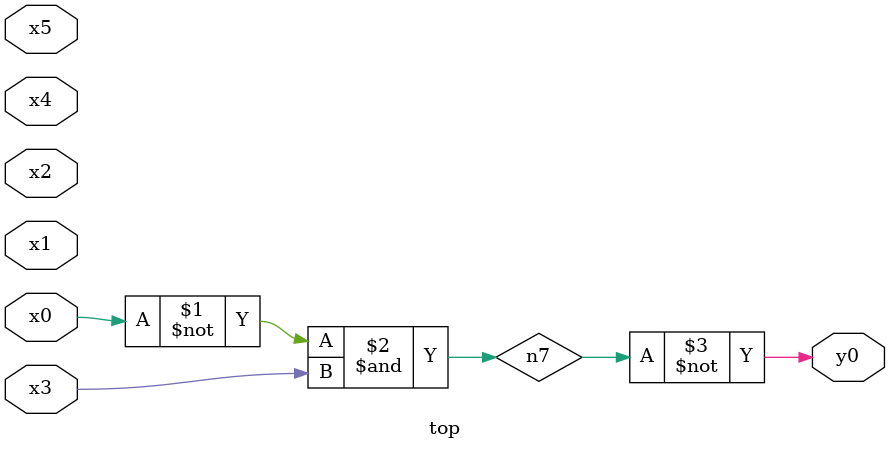
<source format=v>
module top( x0 , x1 , x2 , x3 , x4 , x5 , y0 );
  input x0 , x1 , x2 , x3 , x4 , x5 ;
  output y0 ;
  wire n7 ;
  assign n7 = ~x0 & x3 ;
  assign y0 = ~n7 ;
endmodule

</source>
